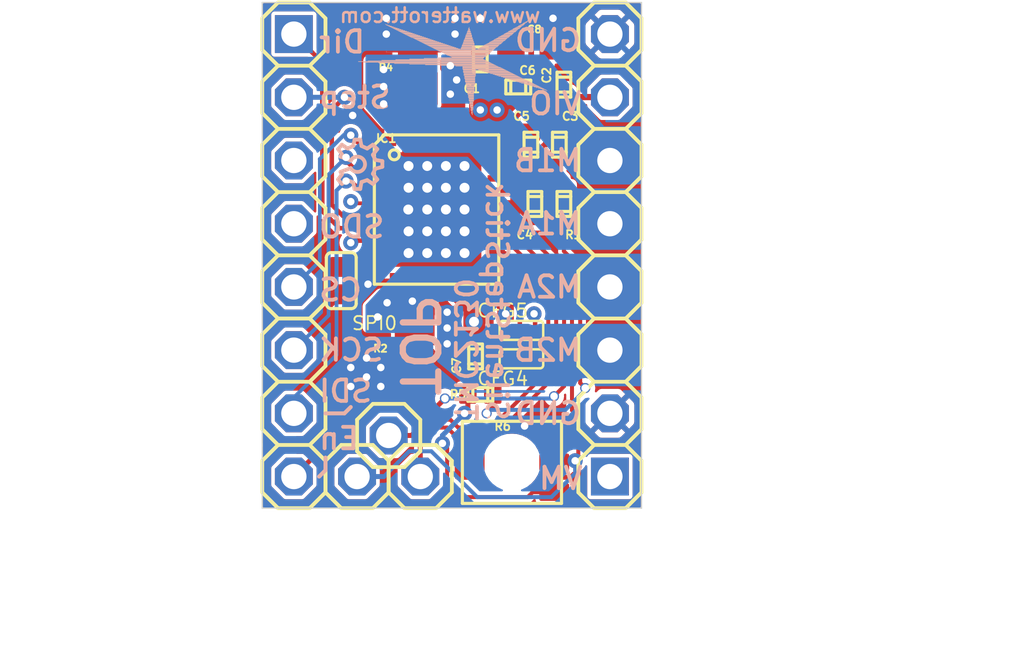
<source format=kicad_pcb>
(kicad_pcb (version 20221018) (generator pcbnew)
  (layers (0 "F.Cu" signal) (1 "In1.Cu" signal) (2 "In2.Cu" signal) (31 "B.Cu" signal) (34 "B.Paste" user) (35 "F.Paste" user) (36 "B.SilkS" user "B.Silkscreen") (37 "F.SilkS" user "F.Silkscreen") (38 "B.Mask" user) (39 "F.Mask" user) (44 "Edge.Cuts" user))
  (net 0 "")
  (net 1 "DIAG0")
  (net 2 "DIAG1")
  (net 3 "STEP")
  (net 4 "DIR")
  (net 5 "VM")
  (net 6 "GND")
  (net 7 "OA1")
  (net 8 "OA2")
  (net 9 "OB2")
  (net 10 "OB1")
  (net 11 "VIO")
  (net 12 "VCC")
  (net 13 "VCP")
  (net 14 "CPI")
  (net 15 "CPO")
  (net 16 "BRA")
  (net 17 "BRB")
  (net 18 "+5V")
  (net 19 "CFG5")
  (net 20 "CFG4")
  (net 21 "IREF")
  (net 22 "CFG-1")
  (net 23 "CFG-2")
  (net 24 "CFG-3")
  (net 25 "CFG-6")
  (net 26 "VREF1")
  (net 27 "CFG-0")
  (net 28 "N$1")
  (footprint "working:1X08-S" (layer "F.Cu") (at 154.8511 105.0036 90)
    (fp_text reference "JP2" hide)
    (fp_text value "")
    (pad "1" thru_hole rect (at -8.89 0 90) (size 1.524 1.524) (drill 1.016) (layers "*.Cu" "*.Mask") (net 5 "VM"))
    (pad "2" thru_hole roundrect (at -6.35 0 90) (size 1.524 1.524) (drill 1.016) (layers "*.Cu" "*.Mask") (chamfer_ratio 0.2928932188) (chamfer top_left top_right bottom_left bottom_right) (net 6 "GND"))
    (pad "3" thru_hole roundrect (at -3.81 0 90) (size 1.524 1.524) (drill 1.016) (layers "*.Cu" "*.Mask") (chamfer_ratio 0.2928932188) (chamfer top_left top_right bottom_left bottom_right) (net 9 "OB2"))
    (pad "4" thru_hole roundrect (at -1.27 0 90) (size 1.524 1.524) (drill 1.016) (layers "*.Cu" "*.Mask") (chamfer_ratio 0.2928932188) (chamfer top_left top_right bottom_left bottom_right) (net 10 "OB1"))
    (pad "5" thru_hole roundrect (at 1.27 0 90) (size 1.524 1.524) (drill 1.016) (layers "*.Cu" "*.Mask") (chamfer_ratio 0.2928932188) (chamfer top_left top_right bottom_left bottom_right) (net 7 "OA1"))
    (pad "6" thru_hole roundrect (at 3.81 0 90) (size 1.524 1.524) (drill 1.016) (layers "*.Cu" "*.Mask") (chamfer_ratio 0.2928932188) (chamfer top_left top_right bottom_left bottom_right) (net 8 "OA2"))
    (pad "7" thru_hole roundrect (at 6.35 0 90) (size 1.524 1.524) (drill 1.016) (layers "*.Cu" "*.Mask") (chamfer_ratio 0.2928932188) (chamfer top_left top_right bottom_left bottom_right) (net 11 "VIO"))
    (pad "8" thru_hole roundrect (at 8.89 0 90) (size 1.524 1.524) (drill 1.016) (layers "*.Cu" "*.Mask") (chamfer_ratio 0.2928932188) (chamfer top_left top_right bottom_left bottom_right) (net 6 "GND"))
  )
  (footprint "working:C0603" (layer "F.Cu") (at 151.7231 96.6361)
    (fp_text reference "C8" (at -0.2375 -0.713) (layer "F.SilkS") (effects (font (size 0.28956 0.28956) (thickness 0.11684)) (justify left)))
    (fp_text value "1u/50V" hide)
    (pad "1" smd rect (at -0.85 0) (size 1.1 1) (layers "F.Cu" "F.Paste" "F.Mask") (net 5 "VM"))
    (pad "2" smd rect (at 0.85 0) (size 1.1 1) (layers "F.Cu" "F.Paste" "F.Mask") (net 6 "GND"))
  )
  (footprint "working:JUMPER3-0201" (layer "F.Cu") (at 151.2951 108.01985 90)
    (fp_text reference "CFG5" (at 0.79375 0.3175) (layer "F.SilkS") (effects (font (size 0.536448 0.536448) (thickness 0.073152)) (justify right)))
    (fp_text value "JUMPER3-0201" hide)
    (pad "1" smd roundrect (at 0 -0.55 180) (size 0.35 0.4) (layers "F.Cu" "F.Paste" "F.Mask") (roundrect_rratio 0.125) (net 6 "GND"))
    (pad "2" smd roundrect (at 0 0 180) (size 0.35 0.4) (layers "F.Cu" "F.Paste" "F.Mask") (roundrect_rratio 0.125) (net 19 "CFG5"))
    (pad "3" smd roundrect (at 0 0.55 180) (size 0.35 0.4) (layers "F.Cu" "F.Paste" "F.Mask") (roundrect_rratio 0.125) (net 11 "VIO"))
  )
  (footprint "working:POT_EVM3R" (layer "F.Cu") (at 150.9141 113.3221 90)
    (fp_text reference "R6" (at 1.4455 0) (layer "F.SilkS") (effects (font (size 0.333248 0.333248) (thickness 0.073152)) (justify right)))
    (fp_text value "20k" hide)
    (pad "" np_thru_hole circle (at 0 0 90) (size 1.8 1.8) (drill 1.8) (layers "*.Cu" "*.Mask"))
    (pad "1" smd roundrect (at -1.2 1.7 90) (size 0.7 1.2) (layers "F.Cu" "F.Paste" "F.Mask") (roundrect_rratio 0.1) (net 26 "VREF1"))
    (pad "2" smd roundrect (at 0 1.7 90) (size 0.7 1.2) (layers "F.Cu" "F.Paste" "F.Mask") (roundrect_rratio 0.1) (net 21 "IREF"))
    (pad "3" smd roundrect (at 1.2 1.7 90) (size 0.7 1.2) (layers "F.Cu" "F.Paste" "F.Mask") (roundrect_rratio 0.1) (net 6 "GND"))
    (pad "MOUNT" smd roundrect (at 0 -1.7 90) (size 1.4 1.2) (layers "F.Cu" "F.Paste" "F.Mask") (roundrect_rratio 0.1))
  )
  (footprint "working:C0402" (layer "F.Cu") (at 149.4536 109.0676)
    (fp_text reference "C7" (at -0.762 0 90) (layer "F.SilkS") (effects (font (size 0.333248 0.333248) (thickness 0.073152)) (justify right)))
    (fp_text value "100n/50V" hide)
    (pad "1" smd roundrect (at 0 -0.5) (size 0.75 0.7) (layers "F.Cu" "F.Paste" "F.Mask") (roundrect_rratio 0.1) (net 5 "VM"))
    (pad "2" smd roundrect (at 0 0.5) (size 0.75 0.7) (layers "F.Cu" "F.Paste" "F.Mask") (roundrect_rratio 0.1) (net 6 "GND"))
  )
  (footprint "working:C0402" (layer "F.Cu") (at 152.8191 100.5586)
    (fp_text reference "C3" (at 0.0635 -1.143) (layer "F.SilkS") (effects (font (size 0.333248 0.333248) (thickness 0.073152)) (justify left)))
    (fp_text value "470n/10V" hide)
    (pad "1" smd roundrect (at 0 -0.5) (size 0.75 0.7) (layers "F.Cu" "F.Paste" "F.Mask") (roundrect_rratio 0.1) (net 6 "GND"))
    (pad "2" smd roundrect (at 0 0.5) (size 0.75 0.7) (layers "F.Cu" "F.Paste" "F.Mask") (roundrect_rratio 0.1) (net 12 "VCC"))
  )
  (footprint "working:C0402" (layer "F.Cu") (at 149.6441 97.1296 180)
    (fp_text reference "C1" (at -0.03175 -1.17475) (layer "F.SilkS") (effects (font (size 0.333248 0.333248) (thickness 0.073152)) (justify right)))
    (fp_text value "100n/50V" hide)
    (pad "1" smd roundrect (at 0 -0.5 180) (size 0.75 0.7) (layers "F.Cu" "F.Paste" "F.Mask") (roundrect_rratio 0.1) (net 5 "VM"))
    (pad "2" smd roundrect (at 0 0.5 180) (size 0.75 0.7) (layers "F.Cu" "F.Paste" "F.Mask") (roundrect_rratio 0.1) (net 6 "GND"))
  )
  (footprint "working:M0805" (layer "F.Cu") (at 147.0061 108.9136 90)
    (fp_text reference "R2" (at 0.1635 -1.045) (layer "F.SilkS") (effects (font (size 0.28956 0.28956) (thickness 0.11684)) (justify right)))
    (fp_text value "R0805/0R11" hide)
    (pad "1" smd rect (at -0.95 0 90) (size 1.3 1.6) (layers "F.Cu" "F.Paste" "F.Mask") (net 6 "GND"))
    (pad "2" smd rect (at 0.95 0 90) (size 1.3 1.6) (layers "F.Cu" "F.Paste" "F.Mask") (net 17 "BRB"))
  )
  (footprint "working:PASSER_07MM" (layer "F.Cu") (at 155.4811 97.3836)
    (fp_text reference "X2" hide)
    (fp_text value "PASSER-07" hide)
    (pad "X" smd roundrect (at 0 0) (size 0.7 0.7) (layers "F.Cu") (roundrect_rratio 0.5))
    (zone (net 0) (net_name "") (layer "F.Cu") (connect_pads (clearance 0)) (min_thickness 0.25)
      (keepout (tracks not_allowed) (vias not_allowed) (pads not_allowed) (copperpour not_allowed) (footprints allowed))
      (fill (thermal_gap 0.5) (thermal_bridge_width 0.5))
      (polygon (pts (xy 156.1446 97.3836) (xy 156.12532 97.224814) (xy 156.0686 97.075256) (xy 155.977737 96.943618) (xy 155.858011 96.83755) (xy 155.71638 96.763217) (xy 155.561076 96.724938) (xy 155.401124 96.724938) (xy 155.24582 96.763217) (xy 155.104189 96.83755) (xy 154.984463 96.943618) (xy 154.8936 97.075256) (xy 154.83688 97.224814) (xy 154.8176 97.3836) (xy 154.83688 97.542386) (xy 154.8936 97.691944) (xy 154.984463 97.823582) (xy 155.104189 97.92965) (xy 155.24582 98.003983) (xy 155.401124 98.042262) (xy 155.561076 98.042262) (xy 155.71638 98.003983) (xy 155.858011 97.92965) (xy 155.977737 97.823582) (xy 156.0686 97.691944) (xy 156.12532 97.542386)))
      (polygon (pts (xy 156.0176 97.3836) (xy 155.997705 97.238854) (xy 155.939496 97.104843) (xy 155.84729 96.991507) (xy 155.727925 96.90725) (xy 155.590254 96.858321) (xy 155.444488 96.848351) (xy 155.301437 96.878077) (xy 155.171711 96.945296) (xy 155.064931 97.045021) (xy 154.989016 97.169858) (xy 154.949597 97.310547) (xy 154.949597 97.456653) (xy 154.989016 97.597342) (xy 155.064931 97.722179) (xy 155.171711 97.821904) (xy 155.301437 97.889123) (xy 155.444488 97.918849) (xy 155.590254 97.908879) (xy 155.727925 97.85995) (xy 155.84729 97.775693) (xy 155.939496 97.662357) (xy 155.997705 97.528346)))
    )
  )
  (footprint "working:C0402" (layer "F.Cu") (at 149.6441 110.5916 90)
    (fp_text reference "R5" (at 0 -1.27) (layer "F.SilkS") (effects (font (size 0.333248 0.333248) (thickness 0.073152)) (justify left)))
    (fp_text value "20k" hide)
    (pad "1" smd roundrect (at 0 -0.5 90) (size 0.75 0.7) (layers "F.Cu" "F.Paste" "F.Mask") (roundrect_rratio 0.1) (net 26 "VREF1"))
    (pad "2" smd roundrect (at 0 0.5 90) (size 0.75 0.7) (layers "F.Cu" "F.Paste" "F.Mask") (roundrect_rratio 0.1) (net 18 "+5V"))
  )
  (footprint "working:C0402" (layer "F.Cu") (at 151.1681 98.24085 90)
    (fp_text reference "C6" (at 0.66675 0) (layer "F.SilkS") (effects (font (size 0.333248 0.333248) (thickness 0.073152)) (justify left)))
    (fp_text value "100n/50V" hide)
    (pad "1" smd roundrect (at 0 -0.5 90) (size 0.75 0.7) (layers "F.Cu" "F.Paste" "F.Mask") (roundrect_rratio 0.1) (net 5 "VM"))
    (pad "2" smd roundrect (at 0 0.5 90) (size 0.75 0.7) (layers "F.Cu" "F.Paste" "F.Mask") (roundrect_rratio 0.1) (net 13 "VCP"))
  )
  (footprint "working:C0402" (layer "F.Cu") (at 151.83485 102.93985 180)
    (fp_text reference "C4" (at 0.03175 -1.23825) (layer "F.SilkS") (effects (font (size 0.333248 0.333248) (thickness 0.073152)) (justify right)))
    (fp_text value "4u7/10V" hide)
    (pad "1" smd roundrect (at 0 -0.5 180) (size 0.75 0.7) (layers "F.Cu" "F.Paste" "F.Mask") (roundrect_rratio 0.1) (net 6 "GND"))
    (pad "2" smd roundrect (at 0 0.5 180) (size 0.75 0.7) (layers "F.Cu" "F.Paste" "F.Mask") (roundrect_rratio 0.1) (net 18 "+5V"))
  )
  (footprint "working:PASSER_07MM" (layer "F.Cu") (at 141.6431 112.6236)
    (fp_text reference "X1" hide)
    (fp_text value "PASSER-07" hide)
    (pad "X" smd roundrect (at 0 0) (size 0.7 0.7) (layers "F.Cu") (roundrect_rratio 0.5))
    (zone (net 0) (net_name "") (layer "F.Cu") (connect_pads (clearance 0)) (min_thickness 0.25)
      (keepout (tracks not_allowed) (vias not_allowed) (pads not_allowed) (copperpour not_allowed) (footprints allowed))
      (fill (thermal_gap 0.5) (thermal_bridge_width 0.5))
      (polygon (pts (xy 142.3066 112.6236) (xy 142.28732 112.464814) (xy 142.2306 112.315256) (xy 142.139737 112.183618) (xy 142.020011 112.07755) (xy 141.87838 112.003217) (xy 141.723076 111.964938) (xy 141.563124 111.964938) (xy 141.40782 112.003217) (xy 141.266189 112.07755) (xy 141.146463 112.183618) (xy 141.0556 112.315256) (xy 140.99888 112.464814) (xy 140.9796 112.6236) (xy 140.99888 112.782386) (xy 141.0556 112.931944) (xy 141.146463 113.063582) (xy 141.266189 113.16965) (xy 141.40782 113.243983) (xy 141.563124 113.282262) (xy 141.723076 113.282262) (xy 141.87838 113.243983) (xy 142.020011 113.16965) (xy 142.139737 113.063582) (xy 142.2306 112.931944) (xy 142.28732 112.782386)))
      (polygon (pts (xy 142.1796 112.6236) (xy 142.159705 112.478854) (xy 142.101496 112.344843) (xy 142.00929 112.231507) (xy 141.889925 112.14725) (xy 141.752254 112.098321) (xy 141.606488 112.088351) (xy 141.463437 112.118077) (xy 141.333711 112.185296) (xy 141.226931 112.285021) (xy 141.151016 112.409858) (xy 141.111597 112.550547) (xy 141.111597 112.696653) (xy 141.151016 112.837342) (xy 141.226931 112.962179) (xy 141.333711 113.061904) (xy 141.463437 113.129123) (xy 141.606488 113.158849) (xy 141.752254 113.148879) (xy 141.889925 113.09995) (xy 142.00929 113.015693) (xy 142.101496 112.902357) (xy 142.159705 112.768346)))
    )
  )
  (footprint "working:JUMPER2-0402_NC" (layer "F.Cu") (at 144.0561 106.0196 180)
    (fp_text reference "SPI0" (at -0.381 -1.7145) (layer "F.SilkS") (effects (font (size 0.536448 0.536448) (thickness 0.073152)) (justify left)))
    (fp_text value "JUMPER2-0402-NC" hide)
    (pad "1" smd roundrect (at 0 -0.55 90) (size 0.8 0.9) (layers "F.Cu" "F.Mask") (roundrect_rratio 0.1) (net 6 "GND"))
    (pad "2" smd roundrect (at 0 0.55 90) (size 0.8 0.9) (layers "F.Cu" "F.Mask") (roundrect_rratio 0.1) (net 28 "N$1"))
  )
  (footprint "working:C0402" (layer "F.Cu") (at 153.0011 102.93985)
    (fp_text reference "R1" (at 0.0085 1.23825) (layer "F.SilkS") (effects (font (size 0.333248 0.333248) (thickness 0.073152)) (justify left)))
    (fp_text value "2R2" hide)
    (pad "1" smd roundrect (at 0 -0.5) (size 0.75 0.7) (layers "F.Cu" "F.Paste" "F.Mask") (roundrect_rratio 0.1) (net 12 "VCC"))
    (pad "2" smd roundrect (at 0 0.5) (size 0.75 0.7) (layers "F.Cu" "F.Paste" "F.Mask") (roundrect_rratio 0.1) (net 18 "+5V"))
  )
  (footprint "working:M0805" (layer "F.Cu") (at 147.1311 97.3511 -90)
    (fp_text reference "R4" (at 0.096 1.6145) (layer "F.SilkS") (effects (font (size 0.28956 0.28956) (thickness 0.11684)) (justify left)))
    (fp_text value "R0805/0R11" hide)
    (pad "1" smd rect (at -0.95 0 270) (size 1.3 1.6) (layers "F.Cu" "F.Paste" "F.Mask") (net 6 "GND"))
    (pad "2" smd rect (at 0.95 0 270) (size 1.3 1.6) (layers "F.Cu" "F.Paste" "F.Mask") (net 16 "BRA"))
  )
  (footprint "working:C0402" (layer "F.Cu") (at 153.0011 98.1456)
    (fp_text reference "C2" (at -0.69 0 90) (layer "F.SilkS") (effects (font (size 0.333248 0.333248) (thickness 0.073152)) (justify left)))
    (fp_text value "100n/50V" hide)
    (pad "1" smd roundrect (at 0 -0.5) (size 0.75 0.7) (layers "F.Cu" "F.Paste" "F.Mask") (roundrect_rratio 0.1) (net 6 "GND"))
    (pad "2" smd roundrect (at 0 0.5) (size 0.75 0.7) (layers "F.Cu" "F.Paste" "F.Mask") (roundrect_rratio 0.1) (net 11 "VIO"))
  )
  (footprint "working:1X01" (layer "F.Cu") (at 145.9611 112.2426)
    (fp_text reference "JP3" hide)
    (fp_text value "")
    (pad "1" thru_hole roundrect (at 0 0) (size 1.524 1.524) (drill 1.016) (layers "*.Cu" "*.Mask") (chamfer_ratio 0.2928932188) (chamfer top_left top_right bottom_left bottom_right) (net 1 "DIAG0"))
  )
  (footprint "working:1X01" (layer "F.Cu") (at 147.2311 113.8936)
    (fp_text reference "JP4" hide)
    (fp_text value "")
    (pad "1" thru_hole roundrect (at 0 0) (size 1.524 1.524) (drill 1.016) (layers "*.Cu" "*.Mask") (chamfer_ratio 0.2928932188) (chamfer top_left top_right bottom_left bottom_right) (net 2 "DIAG1"))
  )
  (footprint "working:C0402" (layer "F.Cu") (at 151.6761 100.5586 180)
    (fp_text reference "C5" (at 0 1.143) (layer "F.SilkS") (effects (font (size 0.333248 0.333248) (thickness 0.073152)) (justify right)))
    (fp_text value "22n/50V" hide)
    (pad "1" smd roundrect (at 0 -0.5 180) (size 0.75 0.7) (layers "F.Cu" "F.Paste" "F.Mask") (roundrect_rratio 0.1) (net 15 "CPO"))
    (pad "2" smd roundrect (at 0 0.5 180) (size 0.75 0.7) (layers "F.Cu" "F.Paste" "F.Mask") (roundrect_rratio 0.1) (net 14 "CPI"))
  )
  (footprint "working:1X01" (layer "F.Cu") (at 144.6911 113.8936)
    (fp_text reference "JP5" hide)
    (fp_text value "")
    (pad "1" thru_hole roundrect (at 0 0) (size 1.524 1.524) (drill 1.016) (layers "*.Cu" "*.Mask") (chamfer_ratio 0.2928932188) (chamfer top_left top_right bottom_left bottom_right) (net 21 "IREF"))
  )
  (footprint "working:QFN36-PAD" (layer "F.Cu") (at 147.8851 103.1636)
    (fp_text reference "IC1" (at -2.4765 -2.8575) (layer "F.SilkS") (effects (font (size 0.333248 0.333248) (thickness 0.073152)) (justify left)))
    (fp_text value "TMC2100-LA" hide)
    (fp_poly (pts (xy -1.8 2.3) (xy 1.8 2.3) (xy 1.8 -2.3) (xy -1.8 -2.3)) (fill solid) (layer "F.Cu"))
    (pad "1" smd roundrect (at -2.4 -2.25 180) (size 0.7 0.26) (layers "F.Cu" "F.Paste" "F.Mask") (roundrect_rratio 0.1) (net 6 "GND"))
    (pad "2" smd roundrect (at -2.4 -1.75 180) (size 0.7 0.26) (layers "F.Cu" "F.Paste" "F.Mask") (roundrect_rratio 0.1) (net 24 "CFG-3"))
    (pad "3" smd roundrect (at -2.4 -1.25 180) (size 0.7 0.26) (layers "F.Cu" "F.Paste" "F.Mask") (roundrect_rratio 0.1) (net 23 "CFG-2"))
    (pad "4" smd roundrect (at -2.4 -0.75 180) (size 0.7 0.26) (layers "F.Cu" "F.Paste" "F.Mask") (roundrect_rratio 0.1) (net 22 "CFG-1"))
    (pad "5" smd roundrect (at -2.4 -0.25 180) (size 0.7 0.26) (layers "F.Cu" "F.Paste" "F.Mask") (roundrect_rratio 0.1) (net 27 "CFG-0"))
    (pad "6" smd roundrect (at -2.4 0.25 180) (size 0.7 0.26) (layers "F.Cu" "F.Paste" "F.Mask") (roundrect_rratio 0.1) (net 3 "STEP"))
    (pad "7" smd roundrect (at -2.4 0.75 180) (size 0.7 0.26) (layers "F.Cu" "F.Paste" "F.Mask") (roundrect_rratio 0.1) (net 4 "DIR"))
    (pad "8" smd roundrect (at -2.4 1.25 180) (size 0.7 0.26) (layers "F.Cu" "F.Paste" "F.Mask") (roundrect_rratio 0.1) (net 11 "VIO"))
    (pad "9" smd roundrect (at -2.4 1.75 180) (size 0.7 0.26) (layers "F.Cu" "F.Paste" "F.Mask") (roundrect_rratio 0.1))
    (pad "10" smd roundrect (at -2.4 2.25 180) (size 0.7 0.26) (layers "F.Cu" "F.Paste" "F.Mask") (roundrect_rratio 0.1) (net 28 "N$1"))
    (pad "11" smd roundrect (at -1.75 2.9 270) (size 0.7 0.26) (layers "F.Cu" "F.Paste" "F.Mask") (roundrect_rratio 0.1) (net 6 "GND"))
    (pad "12" smd roundrect (at -1.25 2.65 270) (size 1.2 0.26) (layers "F.Cu" "F.Paste" "F.Mask") (roundrect_rratio 0.1) (net 6 "GND"))
    (pad "13" smd roundrect (at -0.75 2.9 270) (size 0.7 0.26) (layers "F.Cu" "F.Paste" "F.Mask") (roundrect_rratio 0.1) (net 10 "OB1"))
    (pad "14" smd roundrect (at -0.25 2.9 270) (size 0.7 0.26) (layers "F.Cu" "F.Paste" "F.Mask") (roundrect_rratio 0.1) (net 17 "BRB"))
    (pad "15" smd roundrect (at 0.25 2.9 270) (size 0.7 0.26) (layers "F.Cu" "F.Paste" "F.Mask") (roundrect_rratio 0.1) (net 9 "OB2"))
    (pad "16" smd roundrect (at 0.75 2.9 270) (size 0.7 0.26) (layers "F.Cu" "F.Paste" "F.Mask") (roundrect_rratio 0.1) (net 5 "VM"))
    (pad "17" smd roundrect (at 1.25 2.9 270) (size 0.7 0.26) (layers "F.Cu" "F.Paste" "F.Mask") (roundrect_rratio 0.1))
    (pad "18" smd roundrect (at 1.75 2.9 270) (size 0.7 0.26) (layers "F.Cu" "F.Paste" "F.Mask") (roundrect_rratio 0.1) (net 20 "CFG4"))
    (pad "19" smd roundrect (at 2.4 2.25) (size 0.7 0.26) (layers "F.Cu" "F.Paste" "F.Mask") (roundrect_rratio 0.1) (net 19 "CFG5"))
    (pad "20" smd roundrect (at 2.4 1.75) (size 0.7 0.26) (layers "F.Cu" "F.Paste" "F.Mask") (roundrect_rratio 0.1) (net 1 "DIAG0"))
    (pad "21" smd roundrect (at 2.4 1.25) (size 0.7 0.26) (layers "F.Cu" "F.Paste" "F.Mask") (roundrect_rratio 0.1) (net 2 "DIAG1"))
    (pad "22" smd roundrect (at 2.4 0.75) (size 0.7 0.26) (layers "F.Cu" "F.Paste" "F.Mask") (roundrect_rratio 0.1) (net 25 "CFG-6"))
    (pad "23" smd roundrect (at 2.4 0.25) (size 0.7 0.26) (layers "F.Cu" "F.Paste" "F.Mask") (roundrect_rratio 0.1) (net 21 "IREF"))
    (pad "24" smd roundrect (at 2.15 -0.25) (size 1.2 0.26) (layers "F.Cu" "F.Paste" "F.Mask") (roundrect_rratio 0.1) (net 6 "GND"))
    (pad "25" smd roundrect (at 2.4 -0.75) (size 0.7 0.26) (layers "F.Cu" "F.Paste" "F.Mask") (roundrect_rratio 0.1) (net 18 "+5V"))
    (pad "26" smd roundrect (at 2.4 -1.25) (size 0.7 0.26) (layers "F.Cu" "F.Paste" "F.Mask") (roundrect_rratio 0.1) (net 12 "VCC"))
    (pad "27" smd roundrect (at 2.4 -1.75) (size 0.7 0.26) (layers "F.Cu" "F.Paste" "F.Mask") (roundrect_rratio 0.1) (net 15 "CPO"))
    (pad "28" smd rect (at 2.4 -2.25) (size 0.7 0.26) (layers "F.Cu" "F.Paste" "F.Mask") (net 14 "CPI"))
    (pad "29" smd roundrect (at 1.75 -2.9 90) (size 0.7 0.26) (layers "F.Cu" "F.Paste" "F.Mask") (roundrect_rratio 0.1) (net 13 "VCP"))
    (pad "30" smd roundrect (at 1.25 -2.9 90) (size 0.7 0.26) (layers "F.Cu" "F.Paste" "F.Mask") (roundrect_rratio 0.1) (net 5 "VM"))
    (pad "31" smd roundrect (at 0.75 -2.9 90) (size 0.7 0.26) (layers "F.Cu" "F.Paste" "F.Mask") (roundrect_rratio 0.1) (net 5 "VM"))
    (pad "32" smd roundrect (at 0.25 -2.9 90) (size 0.7 0.26) (layers "F.Cu" "F.Paste" "F.Mask") (roundrect_rratio 0.1) (net 8 "OA2"))
    (pad "33" smd roundrect (at -0.25 -2.9 90) (size 0.7 0.26) (layers "F.Cu" "F.Paste" "F.Mask") (roundrect_rratio 0.1) (net 16 "BRA"))
    (pad "34" smd roundrect (at -0.75 -2.9 90) (size 0.7 0.26) (layers "F.Cu" "F.Paste" "F.Mask") (roundrect_rratio 0.1) (net 7 "OA1"))
    (pad "35" smd roundrect (at -1.25 -2.65 90) (size 1.2 0.26) (layers "F.Cu" "F.Paste" "F.Mask") (roundrect_rratio 0.1) (net 6 "GND"))
    (pad "36" smd roundrect (at -1.75 -2.9 90) (size 0.7 0.26) (layers "F.Cu" "F.Paste" "F.Mask") (roundrect_rratio 0.1) (net 6 "GND"))
    (pad "TP" smd roundrect (at 0 0) (size 0.6 0.6) (layers "F.Cu" "F.Paste" "F.Mask") (roundrect_rratio 0.1) (net 6 "GND"))
  )
  (footprint "working:JUMPER3-0201" (layer "F.Cu") (at 151.2951 109.16285 90)
    (fp_text reference "CFG4" (at -0.79375 0.3175) (layer "F.SilkS") (effects (font (size 0.536448 0.536448) (thickness 0.073152)) (justify right)))
    (fp_text value "JUMPER3-0201" hide)
    (pad "1" smd roundrect (at 0 -0.55 180) (size 0.35 0.4) (layers "F.Cu" "F.Paste" "F.Mask") (roundrect_rratio 0.125) (net 6 "GND"))
    (pad "2" smd roundrect (at 0 0 180) (size 0.35 0.4) (layers "F.Cu" "F.Paste" "F.Mask") (roundrect_rratio 0.125) (net 20 "CFG4"))
    (pad "3" smd roundrect (at 0 0.55 180) (size 0.35 0.4) (layers "F.Cu" "F.Paste" "F.Mask") (roundrect_rratio 0.125) (net 11 "VIO"))
  )
  (footprint "working:1X08-S" (layer "F.Cu") (at 142.1511 105.0036 -90)
    (fp_text reference "JP1" hide)
    (fp_text value "")
    (pad "1" thru_hole rect (at -8.89 0 270) (size 1.524 1.524) (drill 1.016) (layers "*.Cu" "*.Mask") (net 4 "DIR"))
    (pad "2" thru_hole roundrect (at -6.35 0 270) (size 1.524 1.524) (drill 1.016) (layers "*.Cu" "*.Mask") (chamfer_ratio 0.2928932188) (chamfer top_left top_right bottom_left bottom_right) (net 3 "STEP"))
    (pad "3" thru_hole roundrect (at -3.81 0 270) (size 1.524 1.524) (drill 1.016) (layers "*.Cu" "*.Mask") (chamfer_ratio 0.2928932188) (chamfer top_left top_right bottom_left bottom_right))
    (pad "4" thru_hole roundrect (at -1.27 0 270) (size 1.524 1.524) (drill 1.016) (layers "*.Cu" "*.Mask") (chamfer_ratio 0.2928932188) (chamfer top_left top_right bottom_left bottom_right) (net 27 "CFG-0"))
    (pad "5" thru_hole roundrect (at 1.27 0 270) (size 1.524 1.524) (drill 1.016) (layers "*.Cu" "*.Mask") (chamfer_ratio 0.2928932188) (chamfer top_left top_right bottom_left bottom_right) (net 24 "CFG-3"))
    (pad "6" thru_hole roundrect (at 3.81 0 270) (size 1.524 1.524) (drill 1.016) (layers "*.Cu" "*.Mask") (chamfer_ratio 0.2928932188) (chamfer top_left top_right bottom_left bottom_right) (net 23 "CFG-2"))
    (pad "7" thru_hole roundrect (at 6.35 0 270) (size 1.524 1.524) (drill 1.016) (layers "*.Cu" "*.Mask") (chamfer_ratio 0.2928932188) (chamfer top_left top_right bottom_left bottom_right) (net 22 "CFG-1"))
    (pad "8" thru_hole roundrect (at 8.89 0 270) (size 1.524 1.524) (drill 1.016) (layers "*.Cu" "*.Mask") (chamfer_ratio 0.2928932188) (chamfer top_left top_right bottom_left bottom_right) (net 25 "CFG-6"))
  )
  (footprint "working:SPARK_TPLACE_M" (layer "B.Cu") (at 149.1431 97.1296 180)
    (fp_text reference "LOGO2" hide)
    (fp_text value "LOGO-S_PLACE_M" hide)
  )
  (footprint "working:OSHW_6X70" (layer "B.Cu") (at 143.9291 102.3366 90)
    (fp_text reference "LOGO1" hide)
    (fp_text value "OSHW_LOGOX0070" hide)
  )
  (gr_line (start 143.4211 111.3536) (end 144.1831 111.3536) (stroke (width 0.16)) (layer "B.SilkS"))
  (gr_line (start 143.4211 113.6396) (end 143.4211 113.1316) (stroke (width 0.16)) (layer "B.SilkS"))
  (gr_line (start 143.1671 113.8936) (end 143.4211 113.6396) (stroke (width 0.16)) (layer "B.SilkS"))
  (gr_line (start 144.1831 111.3536) (end 144.4371 111.0996) (stroke (width 0.16)) (layer "B.SilkS"))
  (gr_line (start 140.8811 94.8436) (end 140.8811 115.1636) (stroke (width 0.05)) (layer "Edge.Cuts"))
  (gr_line (start 140.8811 115.1636) (end 156.1211 115.1636) (stroke (width 0.05)) (layer "Edge.Cuts"))
  (gr_line (start 156.1211 94.8436) (end 140.8811 94.8436) (stroke (width 0.05)) (layer "Edge.Cuts"))
  (gr_line (start 156.1211 115.1636) (end 156.1211 94.8436) (stroke (width 0.05)) (layer "Edge.Cuts"))
  (gr_text "TMC2130" (at 148.5461 111.7346 -90) (layer "B.SilkS") (effects (font (size 0.85 0.85)) (justify left bottom mirror)))
  (gr_text "TOP" (at 146.3421 110.7821 -90) (layer "B.SilkS") (effects (font (size 1.42494 1.42494) (thickness 0.25146)) (justify left bottom mirror)))
  (gr_text "www.watterott.com" (at 143.9291 95.0176) (layer "B.SilkS") (effects (font (size 0.58293 0.58293) (thickness 0.10287)) (justify right top mirror)))
  (gr_text "CS" (at 143.0811 105.8926) (layer "B.SilkS") (effects (font (size 0.8636 0.8636) (thickness 0.1524)) (justify right top mirror)))
  (gr_text "GND" (at 153.7811 111.8616) (layer "B.SilkS") (effects (font (size 0.8636 0.8636) (thickness 0.1524)) (justify left bottom mirror)))
  (gr_text "GND" (at 153.7811 96.8756) (layer "B.SilkS") (effects (font (size 0.8636 0.8636) (thickness 0.1524)) (justify left bottom mirror)))
  (gr_text "SCK" (at 143.0811 108.3056) (layer "B.SilkS") (effects (font (size 0.8636 0.8636) (thickness 0.1524)) (justify right top mirror)))
  (gr_text "M1B" (at 153.7811 101.7016) (layer "B.SilkS") (effects (font (size 0.8636 0.8636) (thickness 0.1524)) (justify left bottom mirror)))
  (gr_text "VM" (at 153.8431 114.4746) (layer "B.SilkS") (effects (font (size 0.8636 0.8636) (thickness 0.1524)) (justify left bottom mirror)))
  (gr_text "SDO" (at 143.0811 103.3526) (layer "B.SilkS") (effects (font (size 0.8636 0.8636) (thickness 0.1524)) (justify right top mirror)))
  (gr_text "Dir" (at 143.0811 95.9231) (layer "B.SilkS") (effects (font (size 0.8636 0.8636) (thickness 0.1524)) (justify right top mirror)))
  (gr_text "VIO" (at 153.7811 99.4156) (layer "B.SilkS") (effects (font (size 0.8636 0.8636) (thickness 0.1524)) (justify left bottom mirror)))
  (gr_text "SDI" (at 143.0811 109.9566) (layer "B.SilkS") (effects (font (size 0.8636 0.8636) (thickness 0.1524)) (justify right top mirror)))
  (gr_text "SilentStepStick" (at 149.8161 111.7346 -90) (layer "B.SilkS") (effects (font (size 0.85 0.85)) (justify left bottom mirror)))
  (gr_text "Step" (at 143.0811 98.1456) (layer "B.SilkS") (effects (font (size 0.8636 0.8636) (thickness 0.1524)) (justify right top mirror)))
  (gr_text "M2A" (at 153.7811 106.7816) (layer "B.SilkS") (effects (font (size 0.8636 0.8636) (thickness 0.1524)) (justify left bottom mirror)))
  (gr_text "M1A" (at 153.7811 104.2416) (layer "B.SilkS") (effects (font (size 0.8636 0.8636) (thickness 0.1524)) (justify left bottom mirror)))
  (gr_text "En" (at 143.0811 111.8616) (layer "B.SilkS") (effects (font (size 0.8636 0.8636) (thickness 0.1524)) (justify right top mirror)))
  (gr_text "M2B" (at 153.7811 109.3216) (layer "B.SilkS") (effects (font (size 0.8636 0.8636) (thickness 0.1524)) (justify left bottom mirror)))
  (segment (start 146.8501 112.2426) (end 145.9611 112.2426) (width 0.2) (layer "F.Cu") (net 1))
  (segment (start 152.3746 106.6546) (end 152.3746 109.6391) (width 0.16) (layer "F.Cu") (net 1))
  (segment (start 152.3746 109.6391) (end 150.0886 111.9251) (width 0.16) (layer "F.Cu") (net 1))
  (segment (start 147.4851 111.6076) (end 146.8501 112.2426) (width 0.16) (layer "F.Cu") (net 1))
  (segment (start 150.6336 104.9136) (end 150.2851 104.9136) (width 0.16) (layer "F.Cu") (net 1))
  (segment (start 152.3746 106.6546) (end 150.6336 104.9136) (width 0.16) (layer "F.Cu") (net 1))
  (segment (start 148.4376 111.6076) (end 147.4851 111.6076) (width 0.16) (layer "F.Cu") (net 1))
  (segment (start 148.7551 111.9251) (end 148.4376 111.6076) (width 0.16) (layer "F.Cu") (net 1))
  (segment (start 150.0886 111.9251) (end 148.7551 111.9251) (width 0.16) (layer "F.Cu") (net 1))
  (segment (start 147.2311 112.5601) (end 147.2311 113.8936) (width 0.2) (layer "F.Cu") (net 2))
  (segment (start 148.3106 111.9251) (end 147.8661 111.9251) (width 0.16) (layer "F.Cu") (net 2))
  (segment (start 150.2537 112.2426) (end 152.6921 109.8042) (width 0.16) (layer "F.Cu") (net 2))
  (segment (start 147.8661 111.9251) (end 147.2311 112.5601) (width 0.16) (layer "F.Cu") (net 2))
  (segment (start 148.6281 112.2426) (end 148.3106 111.9251) (width 0.16) (layer "F.Cu") (net 2))
  (segment (start 152.6921 106.4006) (end 152.6921 109.8042) (width 0.16) (layer "F.Cu") (net 2))
  (segment (start 152.6921 106.4006) (end 150.7051 104.4136) (width 0.16) (layer "F.Cu") (net 2))
  (segment (start 150.7051 104.4136) (end 150.2851 104.4136) (width 0.16) (layer "F.Cu") (net 2))
  (segment (start 150.2537 112.2426) (end 148.6281 112.2426) (width 0.16) (layer "F.Cu") (net 2))
  (segment (start 145.4851 103.4136) (end 144.1171 103.4136) (width 0.18) (layer "F.Cu") (net 3))
  (segment (start 143.6751 102.9716) (end 143.6751 99.1616) (width 0.18) (layer "F.Cu") (net 3))
  (segment (start 143.6751 99.1616) (end 144.1831 98.6536) (width 0.18) (layer "F.Cu") (net 3))
  (segment (start 144.1171 103.4136) (end 143.6751 102.9716) (width 0.18) (layer "F.Cu") (net 3))
  (via (at 144.1831 98.6536) (size 0.6048) (drill 0.3) (layers "F.Cu" "B.Cu") (net 3))
  (segment (start 144.1831 98.6536) (end 142.1511 98.6536) (width 0.2) (layer "B.Cu") (net 3))
  (segment (start 145.4851 103.9136) (end 143.9821 103.9136) (width 0.18) (layer "F.Cu") (net 4))
  (segment (start 143.2941 97.2566) (end 142.1511 96.1136) (width 0.18) (layer "F.Cu") (net 4))
  (segment (start 143.2941 103.2256) (end 143.2941 97.2566) (width 0.18) (layer "F.Cu") (net 4))
  (segment (start 143.9821 103.9136) (end 143.2941 103.2256) (width 0.18) (layer "F.Cu") (net 4))
  (via (at 149.3901 107.6706) (size 0.7048) (drill 0.4) (layers "F.Cu" "B.Cu") (net 5))
  (via (at 149.6441 99.1616) (size 0.6048) (drill 0.3) (layers "F.Cu" "B.Cu") (net 5))
  (via (at 150.3186 99.1636) (size 0.6048) (drill 0.3) (layers "F.Cu" "B.Cu") (net 5))
  (segment (start 151.01485 102.9136) (end 151.51735 103.4161) (width 0.25) (layer "F.Cu") (net 6))
  (segment (start 151.8111 103.4161) (end 151.83485 103.43985) (width 0.25) (layer "F.Cu") (net 6))
  (segment (start 146.1351 100.2636) (end 145.65885 100.2636) (width 0.25) (layer "F.Cu") (net 6))
  (segment (start 146.1351 106.0636) (end 146.6121 106.0636) (width 0.25) (layer "F.Cu") (net 6))
  (segment (start 146.6351 100.2636) (end 146.1351 100.2636) (width 0.25) (layer "F.Cu") (net 6))
  (segment (start 147.8851 103.1636) (end 149.0101 103.1636) (width 0.2) (layer "F.Cu") (net 6))
  (segment (start 151.51735 103.4161) (end 151.8111 103.4161) (width 0.25) (layer "F.Cu") (net 6))
  (segment (start 150.0351 102.9136) (end 149.0101 102.9136) (width 0.25) (layer "F.Cu") (net 6))
  (segment (start 150.0351 102.9136) (end 151.01485 102.9136) (width 0.25) (layer "F.Cu") (net 6))
  (segment (start 149.0101 102.9136) (end 149.0101 103.1636) (width 0.25) (layer "F.Cu") (net 6))
  (segment (start 146.6351 100.5136) (end 146.6351 100.2636) (width 0.2) (layer "F.Cu") (net 6))
  (segment (start 145.65885 106.0636) (end 146.1351 106.0636) (width 0.25) (layer "F.Cu") (net 6))
  (segment (start 146.6351 106.0406) (end 146.6121 106.0636) (width 0.18) (layer "F.Cu") (net 6))
  (via (at 145.6436 109.5121) (size 0.6048) (drill 0.3) (layers "F.Cu" "B.Cu") (net 6))
  (via (at 148.2601 102.2886) (size 0.7048) (drill 0.4) (layers "F.Cu" "B.Cu") (net 6))
  (via (at 145.86585 96.1136) (size 0.6048) (drill 0.3) (layers "F.Cu" "B.Cu") (net 6))
  (via (at 151.4221 111.8616) (size 0.6048) (drill 0.3) (layers "F.Cu" "B.Cu") (net 6))
  (via (at 146.7601 104.9136) (size 0.7048) (drill 0.4) (layers "F.Cu" "B.Cu") (net 6))
  (via (at 148.2601 104.0386) (size 0.7048) (drill 0.4) (layers "F.Cu" "B.Cu") (net 6))
  (via (at 146.7601 101.4136) (size 0.4064) (drill 0.4) (layers "F.Cu" "B.Cu") (net 6))
  (via (at 146.7481 103.1636) (size 0.7048) (drill 0.4) (layers "F.Cu" "B.Cu") (net 6))
  (via (at 147.5101 102.2886) (size 0.7048) (drill 0.4) (layers "F.Cu" "B.Cu") (net 6))
  (via (at 147.5101 103.1636) (size 0.7048) (drill 0.4) (layers "F.Cu" "B.Cu") (net 6))
  (via (at 145.0721 109.8931) (size 0.6048) (drill 0.3) (layers "F.Cu" "B.Cu") (net 6))
  (via (at 145.6436 110.2741) (size 0.6048) (drill 0.3) (layers "F.Cu" "B.Cu") (net 6))
  (via (at 144.5141 99.3821) (size 0.6048) (drill 0.3) (layers "F.Cu" "B.Cu") (net 6))
  (via (at 147.5101 104.0386) (size 0.7048) (drill 0.4) (layers "F.Cu" "B.Cu") (net 6))
  (via (at 148.2601 101.4136) (size 0.7048) (drill 0.4) (layers "F.Cu" "B.Cu") (net 6))
  (via (at 148.2601 103.1636) (size 0.7048) (drill 0.4) (layers "F.Cu" "B.Cu") (net 6))
  (via (at 149.6441 95.4786) (size 0.6048) (drill 0.3) (layers "F.Cu" "B.Cu") (net 6))
  (via (at 149.0101 103.1636) (size 0.7048) (drill 0.4) (layers "F.Cu" "B.Cu") (net 6))
  (via (at 148.6281 96.1136) (size 0.6048) (drill 0.3) (layers "F.Cu" "B.Cu") (net 6))
  (via (at 145.1311 106.1636) (size 0.6048) (drill 0.3) (layers "F.Cu" "B.Cu") (net 6))
  (via (at 148.2601 104.9136) (size 0.7048) (drill 0.4) (layers "F.Cu" "B.Cu") (net 6))
  (via (at 145.0721 109.1311) (size 0.6048) (drill 0.3) (layers "F.Cu" "B.Cu") (net 6))
  (via (at 146.7601 104.0386) (size 0.7048) (drill 0.4) (layers "F.Cu" "B.Cu") (net 6))
  (via (at 152.5651 95.4786) (size 0.6048) (drill 0.3) (layers "F.Cu" "B.Cu") (net 6))
  (via (at 148.6281 95.4786) (size 0.6048) (drill 0.3) (layers "F.Cu" "B.Cu") (net 6))
  (via (at 147.5101 101.4136) (size 0.7048) (drill 0.4) (layers "F.Cu" "B.Cu") (net 6))
  (via (at 150.6601 107.3531) (size 0.6048) (drill 0.3) (layers "F.Cu" "B.Cu") (net 6))
  (via (at 147.5101 104.9136) (size 0.7048) (drill 0.4) (layers "F.Cu" "B.Cu") (net 6))
  (via (at 144.4371 109.5121) (size 0.6048) (drill 0.3) (layers "F.Cu" "B.Cu") (net 6))
  (via (at 149.0101 102.2886) (size 0.7048) (drill 0.4) (layers "F.Cu" "B.Cu") (net 6))
  (via (at 145.86585 95.4786) (size 0.6048) (drill 0.3) (layers "F.Cu" "B.Cu") (net 6))
  (via (at 149.0101 104.9136) (size 0.7048) (drill 0.4) (layers "F.Cu" "B.Cu") (net 6))
  (via (at 149.0101 101.4136) (size 0.7048) (drill 0.4) (layers "F.Cu" "B.Cu") (net 6))
  (via (at 149.0101 104.0386) (size 0.7048) (drill 0.4) (layers "F.Cu" "B.Cu") (net 6))
  (via (at 144.4371 110.2741) (size 0.6048) (drill 0.3) (layers "F.Cu" "B.Cu") (net 6))
  (via (at 146.7601 102.2886) (size 0.7048) (drill 0.4) (layers "F.Cu" "B.Cu") (net 6))
  (via (at 145.7581 98.2221) (size 0.6048) (drill 0.3) (layers "F.Cu" "B.Cu") (net 7))
  (via (at 145.7581 98.9206) (size 0.6048) (drill 0.3) (layers "F.Cu" "B.Cu") (net 7))
  (via (at 145.7581 97.5366) (size 0.6048) (drill 0.3) (layers "F.Cu" "B.Cu") (net 7))
  (via (at 148.4386 97.3836) (size 0.6048) (drill 0.3) (layers "F.Cu" "B.Cu") (net 8))
  (via (at 148.4386 98.5266) (size 0.6048) (drill 0.3) (layers "F.Cu" "B.Cu") (net 8))
  (via (at 148.6916 97.9551) (size 0.6048) (drill 0.3) (layers "F.Cu" "B.Cu") (net 8))
  (via (at 148.3106 107.2896) (size 0.6048) (drill 0.3) (layers "F.Cu" "B.Cu") (net 9))
  (via (at 148.3106 108.5596) (size 0.6048) (drill 0.3) (layers "F.Cu" "B.Cu") (net 9))
  (via (at 148.3106 107.9246) (size 0.6048) (drill 0.3) (layers "F.Cu" "B.Cu") (net 9))
  (via (at 145.8976 106.9086) (size 0.6048) (drill 0.3) (layers "F.Cu" "B.Cu") (net 10))
  (via (at 146.9136 106.8451) (size 0.6048) (drill 0.3) (layers "F.Cu" "B.Cu") (net 10))
  (via (at 145.5166 107.4801) (size 0.6048) (drill 0.3) (layers "F.Cu" "B.Cu") (net 10))
  (segment (start 145.4851 104.4136) (end 144.5191 104.4136) (width 0.18) (layer "F.Cu") (net 11))
  (segment (start 154.8431 98.6456) (end 154.8511 98.6536) (width 0.25) (layer "F.Cu") (net 11))
  (segment (start 151.8451 109.16285) (end 151.8451 108.01985) (width 0.18) (layer "F.Cu") (net 11))
  (segment (start 151.8451 108.01985) (end 151.8451 107.3951) (width 0.18) (layer "F.Cu") (net 11))
  (segment (start 151.8451 107.3951) (end 151.8031 107.3531) (width 0.18) (layer "F.Cu") (net 11))
  (segment (start 144.5191 104.4136) (end 144.4371 104.4956) (width 0.18) (layer "F.Cu") (net 11))
  (segment (start 153.0011 98.6456) (end 154.8431 98.6456) (width 0.25) (layer "F.Cu") (net 11))
  (via (at 151.8031 107.3531) (size 0.6048) (drill 0.3) (layers "F.Cu" "B.Cu") (net 11))
  (via (at 144.4371 104.4956) (size 0.6048) (drill 0.3) (layers "F.Cu" "B.Cu") (net 11))
  (segment (start 152.8191 101.7256) (end 152.8186 101.7261) (width 0.25) (layer "F.Cu") (net 12))
  (segment (start 151.22735 101.7261) (end 152.8186 101.7261) (width 0.25) (layer "F.Cu") (net 12))
  (segment (start 153.0011 101.9086) (end 152.8186 101.7261) (width 0.25) (layer "F.Cu") (net 12))
  (segment (start 153.0011 102.43985) (end 153.0011 101.9086) (width 0.25) (layer "F.Cu") (net 12))
  (segment (start 152.8191 101.0586) (end 152.8191 101.7256) (width 0.25) (layer "F.Cu") (net 12))
  (segment (start 150.2851 101.9136) (end 151.03985 101.9136) (width 0.25) (layer "F.Cu") (net 12))
  (segment (start 151.03985 101.9136) (end 151.22735 101.7261) (width 0.25) (layer "F.Cu") (net 12))
  (segment (start 150.2566 100.2636) (end 151.6681 98.8521) (width 0.2) (layer "F.Cu") (net 13))
  (segment (start 150.2566 100.2636) (end 149.6351 100.2636) (width 0.2) (layer "F.Cu") (net 13))
  (segment (start 151.6681 98.24085) (end 151.6681 98.8521) (width 0.2) (layer "F.Cu") (net 13))
  (segment (start 151.5571 100.1776) (end 151.6761 100.0586) (width 0.25) (layer "F.Cu") (net 14))
  (segment (start 151.32685 100.1776) (end 151.5071 100.1776) (width 0.25) (layer "F.Cu") (net 14))
  (segment (start 151.5071 100.1776) (end 151.5571 100.1776) (width 0.18) (layer "F.Cu") (net 14))
  (segment (start 150.59085 100.9136) (end 151.32685 100.1776) (width 0.25) (layer "F.Cu") (net 14))
  (segment (start 150.59085 100.9136) (end 150.2851 100.9136) (width 0.25) (layer "F.Cu") (net 14))
  (segment (start 151.5411 101.1936) (end 151.6761 101.0586) (width 0.25) (layer "F.Cu") (net 15))
  (segment (start 151.07285 101.1936) (end 151.5411 101.1936) (width 0.25) (layer "F.Cu") (net 15))
  (segment (start 150.85285 101.4136) (end 151.07285 101.1936) (width 0.25) (layer "F.Cu") (net 15))
  (segment (start 150.85285 101.4136) (end 150.2851 101.4136) (width 0.25) (layer "F.Cu") (net 15))
  (segment (start 147.3811 98.5511) (end 147.1311 98.3011) (width 0.254) (layer "F.Cu") (net 16))
  (segment (start 147.6351 100.2636) (end 147.6351 99.8196) (width 0.254) (layer "F.Cu") (net 16))
  (segment (start 147.6121 99.7966) (end 147.6121 98.7821) (width 0.4064) (layer "F.Cu") (net 16))
  (segment (start 147.6121 98.7821) (end 147.1311 98.3011) (width 0.4064) (layer "F.Cu") (net 16))
  (segment (start 147.6351 99.8196) (end 147.6121 99.7966) (width 0.254) (layer "F.Cu") (net 16))
  (segment (start 147.6351 106.0636) (end 147.6351 106.5046) (width 0.254) (layer "F.Cu") (net 17))
  (segment (start 147.6121 107.3576) (end 147.0061 107.9636) (width 0.16) (layer "F.Cu") (net 17))
  (segment (start 147.6121 106.5276) (end 147.6121 107.3576) (width 0.4064) (layer "F.Cu") (net 17))
  (segment (start 147.6351 106.5046) (end 147.6121 106.5276) (width 0.254) (layer "F.Cu") (net 17))
  (segment (start 150.1441 111.1076) (end 149.8981 111.3536) (width 0.2) (layer "F.Cu") (net 18))
  (segment (start 151.8586 102.4636) (end 151.83485 102.43985) (width 0.16) (layer "F.Cu") (net 18))
  (segment (start 151.9301 102.4636) (end 151.8586 102.4636) (width 0.16) (layer "F.Cu") (net 18))
  (segment (start 150.2851 102.4136) (end 151.8086 102.4136) (width 0.25) (layer "F.Cu") (net 18))
  (segment (start 153.6573 110.1334) (end 153.8605 110.3366) (width 0.16) (layer "F.Cu") (net 18))
  (segment (start 153.0011 103.43985) (end 152.90635 103.43985) (width 0.16) (layer "F.Cu") (net 18))
  (segment (start 151.8086 102.4136) (end 151.83485 102.43985) (width 0.25) (layer "F.Cu") (net 18))
  (segment (start 153.0011 103.43985) (end 153.0011 104.83635) (width 0.16) (layer "F.Cu") (net 18))
  (segment (start 150.1441 110.5916) (end 150.1441 111.1076) (width 0.2) (layer "F.Cu") (net 18))
  (segment (start 152.90635 103.43985) (end 151.9301 102.4636) (width 0.16) (layer "F.Cu") (net 18))
  (segment (start 153.6573 110.1334) (end 153.6573 105.49255) (width 0.16) (layer "F.Cu") (net 18))
  (segment (start 153.6573 105.49255) (end 153.0011 104.83635) (width 0.16) (layer "F.Cu") (net 18))
  (via (at 149.8981 111.3536) (size 0.4064) (drill 0.3) (layers "F.Cu" "B.Cu") (net 18))
  (via (at 153.8605 110.3366) (size 0.4064) (drill 0.3) (layers "F.Cu" "B.Cu") (net 18))
  (segment (start 150.0518 111.2139) (end 149.9756 111.2901) (width 0.16) (layer "B.Cu") (net 18))
  (segment (start 153.0604 111.2139) (end 150.0518 111.2139) (width 0.16) (layer "B.Cu") (net 18))
  (segment (start 149.9616 111.2901) (end 149.8981 111.3536) (width 0.16) (layer "B.Cu") (net 18))
  (segment (start 149.9756 111.2901) (end 149.9616 111.2901) (width 0.16) (layer "B.Cu") (net 18))
  (segment (start 153.8605 110.4138) (end 153.0604 111.2139) (width 0.16) (layer "B.Cu") (net 18))
  (segment (start 153.8605 110.3366) (end 153.8605 110.4138) (width 0.16) (layer "B.Cu") (net 18))
  (segment (start 151.2316 107.95635) (end 151.2951 108.01985) (width 0.18) (layer "F.Cu") (net 19))
  (segment (start 150.2851 105.4136) (end 150.4351 105.4136) (width 0.18) (layer "F.Cu") (net 19))
  (segment (start 150.4351 105.44535) (end 151.2316 106.24185) (width 0.18) (layer "F.Cu") (net 19))
  (segment (start 151.2316 106.24185) (end 151.2316 107.95635) (width 0.18) (layer "F.Cu") (net 19))
  (segment (start 150.4351 105.4136) (end 150.4351 105.44535) (width 0.18) (layer "F.Cu") (net 19))
  (segment (start 149.6351 106.7726) (end 150.0886 107.2261) (width 0.18) (layer "F.Cu") (net 20))
  (segment (start 150.2791 109.5121) (end 150.4696 109.7026) (width 0.18) (layer "F.Cu") (net 20))
  (segment (start 149.6351 106.0636) (end 149.6351 106.7726) (width 0.18) (layer "F.Cu") (net 20))
  (segment (start 151.1046 109.7026) (end 151.2951 109.5121) (width 0.18) (layer "F.Cu") (net 20))
  (segment (start 150.2791 108.1151) (end 150.2791 109.5121) (width 0.18) (layer "F.Cu") (net 20))
  (segment (start 150.0886 107.9246) (end 150.2791 108.1151) (width 0.18) (layer "F.Cu") (net 20))
  (segment (start 150.4696 109.7026) (end 151.1046 109.7026) (width 0.18) (layer "F.Cu") (net 20))
  (segment (start 150.0886 107.2261) (end 150.0886 107.9246) (width 0.18) (layer "F.Cu") (net 20))
  (segment (start 151.2951 109.5121) (end 151.2951 109.16285) (width 0.18) (layer "F.Cu") (net 20))
  (segment (start 150.0336 103.4161) (end 150.2876 103.4161) (width 0.16) (layer "F.Cu") (net 21))
  (segment (start 152.6776 113.2586) (end 152.6141 113.3221) (width 0.16) (layer "F.Cu") (net 21))
  (segment (start 152.6776 113.2586) (end 153.4541 113.2586) (width 0.18) (layer "F.Cu") (net 21))
  (segment (start 153.3271 105.9561) (end 153.3271 111.2266) (width 0.16) (layer "F.Cu") (net 21))
  (segment (start 153.3271 111.2266) (end 153.5811 111.4806) (width 0.16) (layer "F.Cu") (net 21))
  (segment (start 153.5811 113.1316) (end 153.4541 113.2586) (width 0.18) (layer "F.Cu") (net 21))
  (segment (start 150.2851 103.4136) (end 150.2876 103.4161) (width 0.16) (layer "F.Cu") (net 21))
  (segment (start 152.6522 113.284) (end 152.6141 113.3221) (width 0.16) (layer "F.Cu") (net 21))
  (segment (start 152.5506 113.2586) (end 152.6141 113.3221) (width 0.16) (layer "F.Cu") (net 21))
  (segment (start 150.2876 103.4161) (end 150.3426 103.4161) (width 0.16) (layer "F.Cu") (net 21))
  (segment (start 153.5811 111.4806) (end 153.5811 113.1316) (width 0.16) (layer "F.Cu") (net 21))
  (segment (start 153.3271 105.9561) (end 150.7846 103.4136) (width 0.16) (layer "F.Cu") (net 21))
  (segment (start 150.7846 103.4136) (end 150.2851 103.4136) (width 0.16) (layer "F.Cu") (net 21))
  (via (at 153.4541 113.2586) (size 0.6048) (drill 0.3) (layers "F.Cu" "B.Cu") (net 21))
  (segment (start 149.5171 114.7191) (end 152.5016 114.7191) (width 0.16) (layer "B.Cu") (net 21))
  (segment (start 153.4541 113.2586) (end 153.4541 113.7666) (width 0.16) (layer "B.Cu") (net 21))
  (segment (start 144.6911 113.8936) (end 145.7706 113.8936) (width 0.2) (layer "B.Cu") (net 21))
  (segment (start 146.7866 112.8776) (end 147.6756 112.8776) (width 0.16) (layer "B.Cu") (net 21))
  (segment (start 152.5016 114.7191) (end 153.4541 113.7666) (width 0.16) (layer "B.Cu") (net 21))
  (segment (start 145.7706 113.8936) (end 146.7866 112.8776) (width 0.16) (layer "B.Cu") (net 21))
  (segment (start 147.6756 112.8776) (end 149.5171 114.7191) (width 0.16) (layer "B.Cu") (net 21))
  (segment (start 144.8316 102.4136) (end 144.4371 102.0191) (width 0.18) (layer "F.Cu") (net 22))
  (segment (start 144.4371 102.0191) (end 144.2466 102.0191) (width 0.18) (layer "F.Cu") (net 22))
  (segment (start 145.4851 102.4136) (end 144.8316 102.4136) (width 0.18) (layer "F.Cu") (net 22))
  (via (at 144.2466 102.0191) (size 0.6048) (drill 0.3) (layers "F.Cu" "B.Cu") (net 22))
  (segment (start 144.2466 102.0191) (end 143.8656 102.4001) (width 0.16) (layer "B.Cu") (net 22))
  (segment (start 143.8656 106.4641) (end 143.8656 109.0041) (width 0.15) (layer "B.Cu") (net 22))
  (segment (start 142.1511 110.7186) (end 142.1511 111.3536) (width 0.15) (layer "B.Cu") (net 22))
  (segment (start 143.8656 102.4001) (end 143.8656 106.4641) (width 0.16) (layer "B.Cu") (net 22))
  (segment (start 143.8656 109.0041) (end 142.1511 110.7186) (width 0.15) (layer "B.Cu") (net 22))
  (segment (start 145.4851 101.9136) (end 144.9666 101.9136) (width 0.18) (layer "F.Cu") (net 23))
  (segment (start 144.2466 101.1936) (end 144.2466 101.0666) (width 0.18) (layer "F.Cu") (net 23))
  (segment (start 144.9666 101.9136) (end 144.2466 101.1936) (width 0.18) (layer "F.Cu") (net 23))
  (via (at 144.2466 101.0666) (size 0.6048) (drill 0.3) (layers "F.Cu" "B.Cu") (net 23))
  (segment (start 144.2466 101.0666) (end 143.5471 101.7661) (width 0.16) (layer "B.Cu") (net 23))
  (segment (start 143.5471 106.6536) (end 143.5471 107.4176) (width 0.15) (layer "B.Cu") (net 23))
  (segment (start 143.5471 101.7661) (end 143.5471 106.6536) (width 0.16) (layer "B.Cu") (net 23))
  (segment (start 143.5471 107.4176) (end 142.1511 108.8136) (width 0.15) (layer "B.Cu") (net 23))
  (segment (start 145.4851 101.4136) (end 145.0381 101.4136) (width 0.18) (layer "F.Cu") (net 24))
  (segment (start 144.8181 101.1936) (end 144.8181 100.5586) (width 0.18) (layer "F.Cu") (net 24))
  (segment (start 145.0381 101.4136) (end 144.8181 101.1936) (width 0.18) (layer "F.Cu") (net 24))
  (segment (start 144.8181 100.5586) (end 144.4371 100.1776) (width 0.18) (layer "F.Cu") (net 24))
  (via (at 144.4371 100.1776) (size 0.6048) (drill 0.3) (layers "F.Cu" "B.Cu") (net 24))
  (segment (start 144.15135 100.1776) (end 144.4371 100.1776) (width 0.16) (layer "B.Cu") (net 24))
  (segment (start 143.1936 105.2311) (end 142.1511 106.2736) (width 0.15) (layer "B.Cu") (net 24))
  (segment (start 143.1936 101.13535) (end 143.1936 105.2311) (width 0.15) (layer "B.Cu") (net 24))
  (segment (start 143.1936 101.13535) (end 144.15135 100.1776) (width 0.16) (layer "B.Cu") (net 24))
  (segment (start 153.0096 110.2614) (end 152.6052 110.6658) (width 0.16) (layer "F.Cu") (net 25))
  (segment (start 150.74485 103.9136) (end 150.2851 103.9136) (width 0.16) (layer "F.Cu") (net 25))
  (segment (start 147.8788 111.0996) (end 144.9451 111.0996) (width 0.2) (layer "F.Cu") (net 25))
  (segment (start 153.0096 106.17835) (end 153.0096 110.2614) (width 0.16) (layer "F.Cu") (net 25))
  (segment (start 147.8788 111.0996) (end 148.2217 110.7567) (width 0.2) (layer "F.Cu") (net 25))
  (segment (start 144.9451 111.0996) (end 142.1511 113.8936) (width 0.2) (layer "F.Cu") (net 25))
  (segment (start 150.74485 103.9136) (end 153.0096 106.17835) (width 0.16) (layer "F.Cu") (net 25))
  (via (at 152.6052 110.6658) (size 0.4064) (drill 0.3) (layers "F.Cu" "B.Cu") (net 25))
  (via (at 148.2217 110.7567) (size 0.4064) (drill 0.3) (layers "F.Cu" "B.Cu") (net 25))
  (segment (start 148.2217 110.7567) (end 152.5143 110.7567) (width 0.16) (layer "B.Cu") (net 25))
  (segment (start 152.5143 110.7567) (end 152.6052 110.6658) (width 0.16) (layer "B.Cu") (net 25))
  (segment (start 148.3106 112.7506) (end 148.1201 112.5601) (width 0.16) (layer "F.Cu") (net 26))
  (segment (start 151.7461 114.5221) (end 151.5491 114.7191) (width 0.16) (layer "F.Cu") (net 26))
  (segment (start 149.1441 111.2186) (end 149.0091 111.3536) (width 0.2) (layer "F.Cu") (net 26))
  (segment (start 151.5491 114.7191) (end 148.6916 114.7191) (width 0.16) (layer "F.Cu") (net 26))
  (segment (start 148.6916 114.7191) (end 148.3106 114.3381) (width 0.16) (layer "F.Cu") (net 26))
  (segment (start 148.3106 114.3381) (end 148.3106 112.7506) (width 0.16) (layer "F.Cu") (net 26))
  (segment (start 152.6141 114.5221) (end 151.7461 114.5221) (width 0.16) (layer "F.Cu") (net 26))
  (segment (start 149.1441 110.5916) (end 149.1441 111.2186) (width 0.2) (layer "F.Cu") (net 26))
  (via (at 148.1201 112.5601) (size 0.6048) (drill 0.3) (layers "F.Cu" "B.Cu") (net 26))
  (via (at 149.0091 111.3536) (size 0.6048) (drill 0.3) (layers "F.Cu" "B.Cu") (net 26))
  (segment (start 148.1201 112.2426) (end 149.0091 111.3536) (width 0.2) (layer "B.Cu") (net 26))
  (segment (start 148.1201 112.5601) (end 148.1201 112.2426) (width 0.2) (layer "B.Cu") (net 26))
  (segment (start 145.4851 102.9136) (end 144.5061 102.9136) (width 0.15) (layer "F.Cu") (net 27))
  (segment (start 144.5061 102.9136) (end 144.4371 102.8446) (width 0.15) (layer "F.Cu") (net 27))
  (via (at 144.4371 102.8446) (size 0.6048) (drill 0.3) (layers "F.Cu" "B.Cu") (net 27))
  (segment (start 144.0561 105.4136) (end 144.0561 105.4696) (width 0.2) (layer "F.Cu") (net 28))
  (segment (start 145.4851 105.4136) (end 144.0561 105.4136) (width 0.2) (layer "F.Cu") (net 28))
  (zone (net 5) (net_name "VM") (layer "F.Cu") (priority 6) (connect_pads yes (clearance 0.000001)) (min_thickness 0.1) (fill yes (thermal_gap 0.5) (thermal_bridge_width 0.5))
    (polygon (pts (xy 151.4586 97.183429) (xy 151.4586 97.583771) (xy 151.1411 97.901272) (xy 151.1411 99.171271) (xy 150.606271 99.7061) (xy 149.495022 99.7061) (xy 149.2766 99.924522) (xy 149.2766 100.5751) (xy 148.4716 100.5751) (xy 148.4716 99.931443) (xy 148.571639 99.838706) (xy 149.19485 99.245717) (xy 149.19485 97.2836) (xy 150.047178 97.2836) (xy 150.364679 96.9661) (xy 151.241271 96.9661)))
  )
  (zone (net 8) (net_name "OA2") (layer "F.Cu") (priority 3) (connect_pads yes (clearance 0.000001)) (min_thickness 0.1) (fill yes (thermal_gap 0.5) (thermal_bridge_width 0.5))
    (polygon (pts (xy 149.1061 99.375008) (xy 148.2836 100.157008) (xy 148.2836 100.499129) (xy 147.9756 100.623185) (xy 147.9756 98.933061) (xy 148.0331 98.935061) (xy 148.0331 96.9386) (xy 149.1061 96.9386)))
  )
  (zone (net 6) (net_name "GND") (layer "F.Cu") (connect_pads (clearance 0.000001)) (min_thickness 0.085) (fill yes (thermal_gap 0.22) (thermal_bridge_width 0.22))
    (polygon (pts (xy 156.2061 115.2486) (xy 140.7961 115.2486) (xy 140.7961 94.7586) (xy 156.2061 94.7586)))
  )
  (zone (net 6) (net_name "GND") (layer "F.Cu") (priority 6) (connect_pads yes (clearance 0.000001)) (min_thickness 0.1) (fill yes (thermal_gap 0.5) (thermal_bridge_width 0.5))
    (polygon (pts (xy 148.44235 96.472521) (xy 148.066271 96.8486) (xy 145.8611 96.8486) (xy 145.8611 95.0611) (xy 148.44235 95.0611)))
  )
  (zone (net 7) (net_name "OA1") (layer "F.Cu") (priority 4) (connect_pads yes (clearance 0.000001)) (min_thickness 0.1) (fill yes (thermal_gap 0.5) (thermal_bridge_width 0.5))
    (polygon (pts (xy 146.2291 98.9386) (xy 147.2946 98.9386) (xy 147.2946 100.5751) (xy 146.9736 100.5751) (xy 146.9736 99.79335) (xy 145.804232 99.79335) (xy 145.0946 99.015875) (xy 145.0946 97.1261) (xy 146.2291 97.1261)))
  )
  (zone (net 10) (net_name "OB1") (layer "F.Cu") (priority 4) (connect_pads yes (clearance 0.000001)) (min_thickness 0.1) (fill yes (thermal_gap 0.5) (thermal_bridge_width 0.5))
    (polygon (pts (xy 147.3311 107.9611) (xy 145.06735 107.9611) (xy 145.06735 107.025929) (xy 145.602179 106.4911) (xy 146.872178 106.4911) (xy 146.97235 106.390928) (xy 146.97235 105.69735) (xy 147.3311 105.69735)))
  )
  (zone (net 9) (net_name "OB2") (layer "F.Cu") (priority 3) (connect_pads yes (clearance 0.000001)) (min_thickness 0.1) (fill yes (thermal_gap 0.5) (thermal_bridge_width 0.5))
    (polygon (pts (xy 148.2786 106.481179) (xy 148.982225 107.184804) (xy 148.976798 108.97985) (xy 147.787209 108.97985) (xy 147.830373 106.675906) (xy 147.9796 106.526679) (xy 147.9796 105.7521) (xy 148.2786 105.7521)))
  )
  (zone (net 6) (net_name "GND") (layer "F.Cu") (priority 6) (connect_pads yes (clearance 0.000001)) (min_thickness 0.1) (fill yes (thermal_gap 0.5) (thermal_bridge_width 0.5))
    (polygon (pts (xy 148.249522 109.2461) (xy 149.184306 109.2461) (xy 149.171899 111.0091) (xy 145.7976 111.0091) (xy 145.7976 108.9041) (xy 147.907521 108.9041)))
  )
  (zone (net 5) (net_name "VM") (layer "F.Cu") (priority 6) (connect_pads yes (clearance 0.000001)) (min_thickness 0.1) (fill yes (thermal_gap 0.5) (thermal_bridge_width 0.5))
    (polygon (pts (xy 148.7926 106.310726) (xy 150.0436 107.563725) (xy 150.0436 108.8261) (xy 148.9646 108.8261) (xy 148.9646 107.263522) (xy 148.4716 106.770521) (xy 148.4716 105.7521) (xy 148.7926 105.7521)))
  )
  (zone (net 8) (net_name "OA2") (layer "B.Cu") (priority 2) (connect_pads yes (clearance 0.000001)) (min_thickness 0.1) (fill yes (thermal_gap 0.5) (thermal_bridge_width 0.5))
    (polygon (pts (xy 154.61569 99.8136) (xy 156.2311 99.8136) (xy 156.2311 102.2636) (xy 153.460893 102.2636) (xy 150.710894 99.1386) (xy 147.9061 99.1386) (xy 147.9061 96.9346) (xy 152.236691 96.9346)))
  )
  (zone (net 6) (net_name "GND") (layer "B.Cu") (connect_pads (clearance 0.000001)) (min_thickness 0.085) (fill yes (thermal_gap 0.22) (thermal_bridge_width 0.22))
    (polygon (pts (xy 156.2061 115.2486) (xy 140.7961 115.2486) (xy 140.7961 94.7586) (xy 156.2061 94.7586)))
  )
  (zone (net 9) (net_name "OB2") (layer "B.Cu") (priority 6) (connect_pads yes (clearance 0.000001)) (min_thickness 0.1) (fill yes (thermal_gap 0.5) (thermal_bridge_width 0.5))
    (polygon (pts (xy 148.966331 107.7561) (xy 156.2311 107.7561) (xy 156.2311 110.265629) (xy 149.096932 110.26359) (xy 147.9061 109.272991) (xy 147.9061 107.031968) (xy 148.947829 107.030734)))
  )
  (zone (net 7) (net_name "OA1") (layer "B.Cu") (priority 3) (connect_pads yes (clearance 0.000001)) (min_thickness 0.1) (fill yes (thermal_gap 0.5) (thermal_bridge_width 0.5))
    (polygon (pts (xy 147.9186 99.0636) (xy 150.80248 99.0636) (xy 153.55248 102.3136) (xy 156.2311 102.3136) (xy 156.2311 105.1386) (xy 153.086952 105.1386) (xy 149.209952 100.8866) (xy 146.583101 100.8866) (xy 145.0311 99.075587) (xy 145.0311 96.9386) (xy 147.9186 96.9386)))
  )
  (zone (net 10) (net_name "OB1") (layer "B.Cu") (priority 4) (connect_pads yes (clearance 0.000001)) (min_thickness 0.1) (fill yes (thermal_gap 0.5) (thermal_bridge_width 0.5))
    (polygon (pts (xy 156.165094 107.6406) (xy 149.1924 107.6406) (xy 149.134901 107.1386) (xy 147.9811 107.1386) (xy 147.9811 108.1226) (xy 145.0311 108.1226) (xy 145.0311 106.999705) (xy 146.460106 105.4406) (xy 149.337678 105.4406) (xy 149.839679 104.9386) (xy 156.23367 104.9386)))
  )
)
</source>
